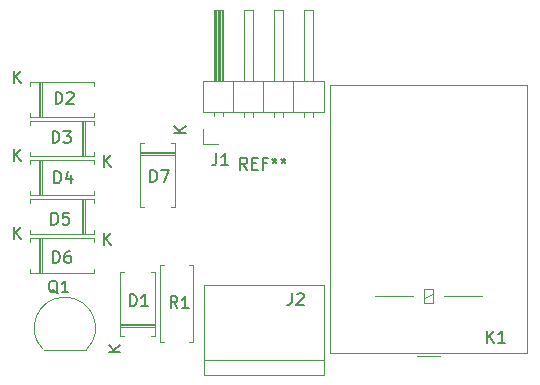
<source format=gbr>
%TF.GenerationSoftware,KiCad,Pcbnew,(5.1.6)-1*%
%TF.CreationDate,2021-01-10T14:46:50+01:00*%
%TF.ProjectId,shutOffRelay,73687574-4f66-4665-9265-6c61792e6b69,rev?*%
%TF.SameCoordinates,Original*%
%TF.FileFunction,Legend,Top*%
%TF.FilePolarity,Positive*%
%FSLAX46Y46*%
G04 Gerber Fmt 4.6, Leading zero omitted, Abs format (unit mm)*
G04 Created by KiCad (PCBNEW (5.1.6)-1) date 2021-01-10 14:46:50*
%MOMM*%
%LPD*%
G01*
G04 APERTURE LIST*
%ADD10C,0.120000*%
%ADD11C,0.150000*%
G04 APERTURE END LIST*
D10*
%TO.C,D1*%
X110340800Y-120812000D02*
X113280800Y-120812000D01*
X110340800Y-120572000D02*
X113280800Y-120572000D01*
X110340800Y-120692000D02*
X113280800Y-120692000D01*
X113280800Y-116152000D02*
X112950800Y-116152000D01*
X113280800Y-121592000D02*
X113280800Y-116152000D01*
X112950800Y-121592000D02*
X113280800Y-121592000D01*
X110340800Y-116152000D02*
X110670800Y-116152000D01*
X110340800Y-121592000D02*
X110340800Y-116152000D01*
X110670800Y-121592000D02*
X110340800Y-121592000D01*
%TO.C,D2*%
X103470000Y-100130000D02*
X103470000Y-103070000D01*
X103710000Y-100130000D02*
X103710000Y-103070000D01*
X103590000Y-100130000D02*
X103590000Y-103070000D01*
X108130000Y-103070000D02*
X108130000Y-102740000D01*
X102690000Y-103070000D02*
X108130000Y-103070000D01*
X102690000Y-102740000D02*
X102690000Y-103070000D01*
X108130000Y-100130000D02*
X108130000Y-100460000D01*
X102690000Y-100130000D02*
X108130000Y-100130000D01*
X102690000Y-100460000D02*
X102690000Y-100130000D01*
%TO.C,D3*%
X108130000Y-106042000D02*
X108130000Y-106372000D01*
X108130000Y-106372000D02*
X102690000Y-106372000D01*
X102690000Y-106372000D02*
X102690000Y-106042000D01*
X108130000Y-103762000D02*
X108130000Y-103432000D01*
X108130000Y-103432000D02*
X102690000Y-103432000D01*
X102690000Y-103432000D02*
X102690000Y-103762000D01*
X107230000Y-106372000D02*
X107230000Y-103432000D01*
X107110000Y-106372000D02*
X107110000Y-103432000D01*
X107350000Y-106372000D02*
X107350000Y-103432000D01*
%TO.C,D4*%
X103470000Y-106734000D02*
X103470000Y-109674000D01*
X103710000Y-106734000D02*
X103710000Y-109674000D01*
X103590000Y-106734000D02*
X103590000Y-109674000D01*
X108130000Y-109674000D02*
X108130000Y-109344000D01*
X102690000Y-109674000D02*
X108130000Y-109674000D01*
X102690000Y-109344000D02*
X102690000Y-109674000D01*
X108130000Y-106734000D02*
X108130000Y-107064000D01*
X102690000Y-106734000D02*
X108130000Y-106734000D01*
X102690000Y-107064000D02*
X102690000Y-106734000D01*
%TO.C,D5*%
X108130000Y-112646000D02*
X108130000Y-112976000D01*
X108130000Y-112976000D02*
X102690000Y-112976000D01*
X102690000Y-112976000D02*
X102690000Y-112646000D01*
X108130000Y-110366000D02*
X108130000Y-110036000D01*
X108130000Y-110036000D02*
X102690000Y-110036000D01*
X102690000Y-110036000D02*
X102690000Y-110366000D01*
X107230000Y-112976000D02*
X107230000Y-110036000D01*
X107110000Y-112976000D02*
X107110000Y-110036000D01*
X107350000Y-112976000D02*
X107350000Y-110036000D01*
%TO.C,D6*%
X103470000Y-113338000D02*
X103470000Y-116278000D01*
X103710000Y-113338000D02*
X103710000Y-116278000D01*
X103590000Y-113338000D02*
X103590000Y-116278000D01*
X108130000Y-116278000D02*
X108130000Y-115948000D01*
X102690000Y-116278000D02*
X108130000Y-116278000D01*
X102690000Y-115948000D02*
X102690000Y-116278000D01*
X108130000Y-113338000D02*
X108130000Y-113668000D01*
X102690000Y-113338000D02*
X108130000Y-113338000D01*
X102690000Y-113668000D02*
X102690000Y-113338000D01*
%TO.C,D7*%
X114678000Y-105230000D02*
X115008000Y-105230000D01*
X115008000Y-105230000D02*
X115008000Y-110670000D01*
X115008000Y-110670000D02*
X114678000Y-110670000D01*
X112398000Y-105230000D02*
X112068000Y-105230000D01*
X112068000Y-105230000D02*
X112068000Y-110670000D01*
X112068000Y-110670000D02*
X112398000Y-110670000D01*
X115008000Y-106130000D02*
X112068000Y-106130000D01*
X115008000Y-106250000D02*
X112068000Y-106250000D01*
X115008000Y-106010000D02*
X112068000Y-106010000D01*
%TO.C,J1*%
X117400000Y-105370000D02*
X117400000Y-104100000D01*
X118670000Y-105370000D02*
X117400000Y-105370000D01*
X126670000Y-103057071D02*
X126670000Y-102660000D01*
X125910000Y-103057071D02*
X125910000Y-102660000D01*
X126670000Y-94000000D02*
X126670000Y-100000000D01*
X125910000Y-94000000D02*
X126670000Y-94000000D01*
X125910000Y-100000000D02*
X125910000Y-94000000D01*
X125020000Y-102660000D02*
X125020000Y-100000000D01*
X124130000Y-103057071D02*
X124130000Y-102660000D01*
X123370000Y-103057071D02*
X123370000Y-102660000D01*
X124130000Y-94000000D02*
X124130000Y-100000000D01*
X123370000Y-94000000D02*
X124130000Y-94000000D01*
X123370000Y-100000000D02*
X123370000Y-94000000D01*
X122480000Y-102660000D02*
X122480000Y-100000000D01*
X121590000Y-103057071D02*
X121590000Y-102660000D01*
X120830000Y-103057071D02*
X120830000Y-102660000D01*
X121590000Y-94000000D02*
X121590000Y-100000000D01*
X120830000Y-94000000D02*
X121590000Y-94000000D01*
X120830000Y-100000000D02*
X120830000Y-94000000D01*
X119940000Y-102660000D02*
X119940000Y-100000000D01*
X119050000Y-102990000D02*
X119050000Y-102660000D01*
X118290000Y-102990000D02*
X118290000Y-102660000D01*
X118950000Y-100000000D02*
X118950000Y-94000000D01*
X118830000Y-100000000D02*
X118830000Y-94000000D01*
X118710000Y-100000000D02*
X118710000Y-94000000D01*
X118590000Y-100000000D02*
X118590000Y-94000000D01*
X118470000Y-100000000D02*
X118470000Y-94000000D01*
X118350000Y-100000000D02*
X118350000Y-94000000D01*
X119050000Y-94000000D02*
X119050000Y-100000000D01*
X118290000Y-94000000D02*
X119050000Y-94000000D01*
X118290000Y-100000000D02*
X118290000Y-94000000D01*
X117340000Y-100000000D02*
X117340000Y-102660000D01*
X127620000Y-100000000D02*
X117340000Y-100000000D01*
X127620000Y-102660000D02*
X127620000Y-100000000D01*
X117340000Y-102660000D02*
X127620000Y-102660000D01*
%TO.C,J2*%
X117430000Y-124910000D02*
X127590000Y-124910000D01*
X117430000Y-117290000D02*
X117430000Y-124910000D01*
X127590000Y-117290000D02*
X117430000Y-117290000D01*
X127590000Y-124910000D02*
X127590000Y-117290000D01*
X127590000Y-123640000D02*
X117430000Y-123640000D01*
%TO.C,K1*%
X135100000Y-118200000D02*
X131950000Y-118200000D01*
X140950000Y-118200000D02*
X137800000Y-118200000D01*
X137450000Y-123310000D02*
X135450000Y-123310000D01*
X136800000Y-117600000D02*
X136100000Y-117600000D01*
X136800000Y-118800000D02*
X136800000Y-117600000D01*
X136100000Y-118800000D02*
X136800000Y-118800000D01*
X136100000Y-117600000D02*
X136100000Y-118800000D01*
X136800000Y-118000000D02*
X136100000Y-118400000D01*
X144800000Y-100350000D02*
X128100000Y-100350000D01*
X144800000Y-123050000D02*
X144800000Y-100350000D01*
X128100000Y-123050000D02*
X144800000Y-123050000D01*
X128100000Y-100350000D02*
X128100000Y-123050000D01*
%TO.C,Q1*%
X103864000Y-122754000D02*
X107464000Y-122754000D01*
X103825522Y-122742478D02*
G75*
G02*
X105664000Y-118304000I1838478J1838478D01*
G01*
X107502478Y-122742478D02*
G75*
G03*
X105664000Y-118304000I-1838478J1838478D01*
G01*
%TO.C,R1*%
X116482800Y-115602000D02*
X116152800Y-115602000D01*
X116482800Y-122142000D02*
X116482800Y-115602000D01*
X116152800Y-122142000D02*
X116482800Y-122142000D01*
X113742800Y-115602000D02*
X114072800Y-115602000D01*
X113742800Y-122142000D02*
X113742800Y-115602000D01*
X114072800Y-122142000D02*
X113742800Y-122142000D01*
%TO.C,REF\u002A\u002A*%
D11*
X121094666Y-107504380D02*
X120761333Y-107028190D01*
X120523238Y-107504380D02*
X120523238Y-106504380D01*
X120904190Y-106504380D01*
X120999428Y-106552000D01*
X121047047Y-106599619D01*
X121094666Y-106694857D01*
X121094666Y-106837714D01*
X121047047Y-106932952D01*
X120999428Y-106980571D01*
X120904190Y-107028190D01*
X120523238Y-107028190D01*
X121523238Y-106980571D02*
X121856571Y-106980571D01*
X121999428Y-107504380D02*
X121523238Y-107504380D01*
X121523238Y-106504380D01*
X121999428Y-106504380D01*
X122761333Y-106980571D02*
X122428000Y-106980571D01*
X122428000Y-107504380D02*
X122428000Y-106504380D01*
X122904190Y-106504380D01*
X123428000Y-106504380D02*
X123428000Y-106742476D01*
X123189904Y-106647238D02*
X123428000Y-106742476D01*
X123666095Y-106647238D01*
X123285142Y-106932952D02*
X123428000Y-106742476D01*
X123570857Y-106932952D01*
X124189904Y-106504380D02*
X124189904Y-106742476D01*
X123951809Y-106647238D02*
X124189904Y-106742476D01*
X124428000Y-106647238D01*
X124047047Y-106932952D02*
X124189904Y-106742476D01*
X124332761Y-106932952D01*
%TO.C,D1*%
X111174304Y-119070380D02*
X111174304Y-118070380D01*
X111412400Y-118070380D01*
X111555257Y-118118000D01*
X111650495Y-118213238D01*
X111698114Y-118308476D01*
X111745733Y-118498952D01*
X111745733Y-118641809D01*
X111698114Y-118832285D01*
X111650495Y-118927523D01*
X111555257Y-119022761D01*
X111412400Y-119070380D01*
X111174304Y-119070380D01*
X112698114Y-119070380D02*
X112126685Y-119070380D01*
X112412400Y-119070380D02*
X112412400Y-118070380D01*
X112317161Y-118213238D01*
X112221923Y-118308476D01*
X112126685Y-118356095D01*
X110363180Y-122943904D02*
X109363180Y-122943904D01*
X110363180Y-122372476D02*
X109791752Y-122801047D01*
X109363180Y-122372476D02*
X109934609Y-122943904D01*
%TO.C,D2*%
X104875104Y-101950780D02*
X104875104Y-100950780D01*
X105113200Y-100950780D01*
X105256057Y-100998400D01*
X105351295Y-101093638D01*
X105398914Y-101188876D01*
X105446533Y-101379352D01*
X105446533Y-101522209D01*
X105398914Y-101712685D01*
X105351295Y-101807923D01*
X105256057Y-101903161D01*
X105113200Y-101950780D01*
X104875104Y-101950780D01*
X105827485Y-101046019D02*
X105875104Y-100998400D01*
X105970342Y-100950780D01*
X106208438Y-100950780D01*
X106303676Y-100998400D01*
X106351295Y-101046019D01*
X106398914Y-101141257D01*
X106398914Y-101236495D01*
X106351295Y-101379352D01*
X105779866Y-101950780D01*
X106398914Y-101950780D01*
X101338095Y-100152380D02*
X101338095Y-99152380D01*
X101909523Y-100152380D02*
X101480952Y-99580952D01*
X101909523Y-99152380D02*
X101338095Y-99723809D01*
%TO.C,D3*%
X104621104Y-105252780D02*
X104621104Y-104252780D01*
X104859200Y-104252780D01*
X105002057Y-104300400D01*
X105097295Y-104395638D01*
X105144914Y-104490876D01*
X105192533Y-104681352D01*
X105192533Y-104824209D01*
X105144914Y-105014685D01*
X105097295Y-105109923D01*
X105002057Y-105205161D01*
X104859200Y-105252780D01*
X104621104Y-105252780D01*
X105525866Y-104252780D02*
X106144914Y-104252780D01*
X105811580Y-104633733D01*
X105954438Y-104633733D01*
X106049676Y-104681352D01*
X106097295Y-104728971D01*
X106144914Y-104824209D01*
X106144914Y-105062304D01*
X106097295Y-105157542D01*
X106049676Y-105205161D01*
X105954438Y-105252780D01*
X105668723Y-105252780D01*
X105573485Y-105205161D01*
X105525866Y-105157542D01*
X108958095Y-107254380D02*
X108958095Y-106254380D01*
X109529523Y-107254380D02*
X109100952Y-106682952D01*
X109529523Y-106254380D02*
X108958095Y-106825809D01*
%TO.C,D4*%
X104773504Y-108656380D02*
X104773504Y-107656380D01*
X105011600Y-107656380D01*
X105154457Y-107704000D01*
X105249695Y-107799238D01*
X105297314Y-107894476D01*
X105344933Y-108084952D01*
X105344933Y-108227809D01*
X105297314Y-108418285D01*
X105249695Y-108513523D01*
X105154457Y-108608761D01*
X105011600Y-108656380D01*
X104773504Y-108656380D01*
X106202076Y-107989714D02*
X106202076Y-108656380D01*
X105963980Y-107608761D02*
X105725885Y-108323047D01*
X106344933Y-108323047D01*
X101338095Y-106756380D02*
X101338095Y-105756380D01*
X101909523Y-106756380D02*
X101480952Y-106184952D01*
X101909523Y-105756380D02*
X101338095Y-106327809D01*
%TO.C,D5*%
X104519504Y-112161580D02*
X104519504Y-111161580D01*
X104757600Y-111161580D01*
X104900457Y-111209200D01*
X104995695Y-111304438D01*
X105043314Y-111399676D01*
X105090933Y-111590152D01*
X105090933Y-111733009D01*
X105043314Y-111923485D01*
X104995695Y-112018723D01*
X104900457Y-112113961D01*
X104757600Y-112161580D01*
X104519504Y-112161580D01*
X105995695Y-111161580D02*
X105519504Y-111161580D01*
X105471885Y-111637771D01*
X105519504Y-111590152D01*
X105614742Y-111542533D01*
X105852838Y-111542533D01*
X105948076Y-111590152D01*
X105995695Y-111637771D01*
X106043314Y-111733009D01*
X106043314Y-111971104D01*
X105995695Y-112066342D01*
X105948076Y-112113961D01*
X105852838Y-112161580D01*
X105614742Y-112161580D01*
X105519504Y-112113961D01*
X105471885Y-112066342D01*
X108958095Y-113858380D02*
X108958095Y-112858380D01*
X109529523Y-113858380D02*
X109100952Y-113286952D01*
X109529523Y-112858380D02*
X108958095Y-113429809D01*
%TO.C,D6*%
X104671904Y-115412780D02*
X104671904Y-114412780D01*
X104910000Y-114412780D01*
X105052857Y-114460400D01*
X105148095Y-114555638D01*
X105195714Y-114650876D01*
X105243333Y-114841352D01*
X105243333Y-114984209D01*
X105195714Y-115174685D01*
X105148095Y-115269923D01*
X105052857Y-115365161D01*
X104910000Y-115412780D01*
X104671904Y-115412780D01*
X106100476Y-114412780D02*
X105910000Y-114412780D01*
X105814761Y-114460400D01*
X105767142Y-114508019D01*
X105671904Y-114650876D01*
X105624285Y-114841352D01*
X105624285Y-115222304D01*
X105671904Y-115317542D01*
X105719523Y-115365161D01*
X105814761Y-115412780D01*
X106005238Y-115412780D01*
X106100476Y-115365161D01*
X106148095Y-115317542D01*
X106195714Y-115222304D01*
X106195714Y-114984209D01*
X106148095Y-114888971D01*
X106100476Y-114841352D01*
X106005238Y-114793733D01*
X105814761Y-114793733D01*
X105719523Y-114841352D01*
X105671904Y-114888971D01*
X105624285Y-114984209D01*
X101338095Y-113360380D02*
X101338095Y-112360380D01*
X101909523Y-113360380D02*
X101480952Y-112788952D01*
X101909523Y-112360380D02*
X101338095Y-112931809D01*
%TO.C,D7*%
X112901504Y-108554780D02*
X112901504Y-107554780D01*
X113139600Y-107554780D01*
X113282457Y-107602400D01*
X113377695Y-107697638D01*
X113425314Y-107792876D01*
X113472933Y-107983352D01*
X113472933Y-108126209D01*
X113425314Y-108316685D01*
X113377695Y-108411923D01*
X113282457Y-108507161D01*
X113139600Y-108554780D01*
X112901504Y-108554780D01*
X113806266Y-107554780D02*
X114472933Y-107554780D01*
X114044361Y-108554780D01*
X115890380Y-104401904D02*
X114890380Y-104401904D01*
X115890380Y-103830476D02*
X115318952Y-104259047D01*
X114890380Y-103830476D02*
X115461809Y-104401904D01*
%TO.C,J1*%
X118487866Y-106132380D02*
X118487866Y-106846666D01*
X118440247Y-106989523D01*
X118345009Y-107084761D01*
X118202152Y-107132380D01*
X118106914Y-107132380D01*
X119487866Y-107132380D02*
X118916438Y-107132380D01*
X119202152Y-107132380D02*
X119202152Y-106132380D01*
X119106914Y-106275238D01*
X119011676Y-106370476D01*
X118916438Y-106418095D01*
%TO.C,J2*%
X124888666Y-117968780D02*
X124888666Y-118683066D01*
X124841047Y-118825923D01*
X124745809Y-118921161D01*
X124602952Y-118968780D01*
X124507714Y-118968780D01*
X125317238Y-118064019D02*
X125364857Y-118016400D01*
X125460095Y-117968780D01*
X125698190Y-117968780D01*
X125793428Y-118016400D01*
X125841047Y-118064019D01*
X125888666Y-118159257D01*
X125888666Y-118254495D01*
X125841047Y-118397352D01*
X125269619Y-118968780D01*
X125888666Y-118968780D01*
%TO.C,K1*%
X141400304Y-122169180D02*
X141400304Y-121169180D01*
X141971733Y-122169180D02*
X141543161Y-121597752D01*
X141971733Y-121169180D02*
X141400304Y-121740609D01*
X142924114Y-122169180D02*
X142352685Y-122169180D01*
X142638400Y-122169180D02*
X142638400Y-121169180D01*
X142543161Y-121312038D01*
X142447923Y-121407276D01*
X142352685Y-121454895D01*
%TO.C,Q1*%
X105060761Y-117997219D02*
X104965523Y-117949600D01*
X104870285Y-117854361D01*
X104727428Y-117711504D01*
X104632190Y-117663885D01*
X104536952Y-117663885D01*
X104584571Y-117901980D02*
X104489333Y-117854361D01*
X104394095Y-117759123D01*
X104346476Y-117568647D01*
X104346476Y-117235314D01*
X104394095Y-117044838D01*
X104489333Y-116949600D01*
X104584571Y-116901980D01*
X104775047Y-116901980D01*
X104870285Y-116949600D01*
X104965523Y-117044838D01*
X105013142Y-117235314D01*
X105013142Y-117568647D01*
X104965523Y-117759123D01*
X104870285Y-117854361D01*
X104775047Y-117901980D01*
X104584571Y-117901980D01*
X105965523Y-117901980D02*
X105394095Y-117901980D01*
X105679809Y-117901980D02*
X105679809Y-116901980D01*
X105584571Y-117044838D01*
X105489333Y-117140076D01*
X105394095Y-117187695D01*
%TO.C,R1*%
X115200133Y-119222780D02*
X114866800Y-118746590D01*
X114628704Y-119222780D02*
X114628704Y-118222780D01*
X115009657Y-118222780D01*
X115104895Y-118270400D01*
X115152514Y-118318019D01*
X115200133Y-118413257D01*
X115200133Y-118556114D01*
X115152514Y-118651352D01*
X115104895Y-118698971D01*
X115009657Y-118746590D01*
X114628704Y-118746590D01*
X116152514Y-119222780D02*
X115581085Y-119222780D01*
X115866800Y-119222780D02*
X115866800Y-118222780D01*
X115771561Y-118365638D01*
X115676323Y-118460876D01*
X115581085Y-118508495D01*
%TD*%
M02*

</source>
